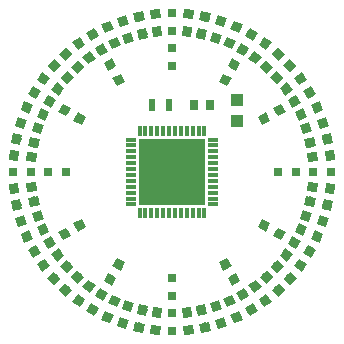
<source format=gtp>
G04 #@! TF.GenerationSoftware,KiCad,Pcbnew,5.0.2-bee76a0~70~ubuntu18.04.1*
G04 #@! TF.CreationDate,2019-09-23T19:43:07+01:00*
G04 #@! TF.ProjectId,charliewatch-norf-routed,63686172-6c69-4657-9761-7463682d6e6f,rev?*
G04 #@! TF.SameCoordinates,Original*
G04 #@! TF.FileFunction,Paste,Top*
G04 #@! TF.FilePolarity,Positive*
%FSLAX46Y46*%
G04 Gerber Fmt 4.6, Leading zero omitted, Abs format (unit mm)*
G04 Created by KiCad (PCBNEW 5.0.2-bee76a0~70~ubuntu18.04.1) date Mon 23 Sep 2019 19:43:07 BST*
%MOMM*%
%LPD*%
G01*
G04 APERTURE LIST*
%ADD10C,0.800000*%
%ADD11C,0.100000*%
%ADD12R,0.800000X0.800000*%
%ADD13R,0.600000X1.100000*%
%ADD14R,5.588000X5.588000*%
%ADD15R,0.304800X0.812800*%
%ADD16R,0.812800X0.304800*%
%ADD17R,0.700000X0.900000*%
%ADD18R,1.100000X1.000000*%
G04 APERTURE END LIST*
D10*
G04 #@! TO.C,LED0*
X147094285Y-91626291D03*
D11*
G36*
X147450282Y-91186671D02*
X147533905Y-91982288D01*
X146738288Y-92065911D01*
X146654665Y-91270294D01*
X147450282Y-91186671D01*
X147450282Y-91186671D01*
G37*
D10*
X147251077Y-93118073D03*
D11*
G36*
X147607074Y-92678453D02*
X147690697Y-93474070D01*
X146895080Y-93557693D01*
X146811457Y-92762076D01*
X147607074Y-92678453D01*
X147607074Y-92678453D01*
G37*
G04 #@! TD*
D12*
G04 #@! TO.C,LED1*
X148501100Y-91553600D03*
X148501100Y-93053600D03*
G04 #@! TD*
D10*
G04 #@! TO.C,LED25*
X149907914Y-118380910D03*
D11*
G36*
X149551917Y-118820530D02*
X149468294Y-118024913D01*
X150263911Y-117941290D01*
X150347534Y-118736907D01*
X149551917Y-118820530D01*
X149551917Y-118820530D01*
G37*
D10*
X149751122Y-116889128D03*
D11*
G36*
X149395125Y-117328748D02*
X149311502Y-116533131D01*
X150107119Y-116449508D01*
X150190742Y-117245125D01*
X149395125Y-117328748D01*
X149395125Y-117328748D01*
G37*
G04 #@! TD*
D10*
G04 #@! TO.C,LED26*
X151298634Y-118160352D03*
D11*
G36*
X150990540Y-118634776D02*
X150824210Y-117852258D01*
X151606728Y-117685928D01*
X151773058Y-118468446D01*
X150990540Y-118634776D01*
X150990540Y-118634776D01*
G37*
D10*
X150986766Y-116693130D03*
D11*
G36*
X150678672Y-117167554D02*
X150512342Y-116385036D01*
X151294860Y-116218706D01*
X151461190Y-117001224D01*
X150678672Y-117167554D01*
X150678672Y-117167554D01*
G37*
G04 #@! TD*
D10*
G04 #@! TO.C,LED3*
X151298634Y-91846849D03*
D11*
G36*
X151773058Y-91538755D02*
X151606728Y-92321273D01*
X150824210Y-92154943D01*
X150990540Y-91372425D01*
X151773058Y-91538755D01*
X151773058Y-91538755D01*
G37*
D10*
X150986766Y-93314071D03*
D11*
G36*
X151461190Y-93005977D02*
X151294860Y-93788495D01*
X150512342Y-93622165D01*
X150678672Y-92839647D01*
X151461190Y-93005977D01*
X151461190Y-93005977D01*
G37*
G04 #@! TD*
D10*
G04 #@! TO.C,LED11*
X160788977Y-99532189D03*
D11*
G36*
X161317090Y-99734913D02*
X160586253Y-100060302D01*
X160260864Y-99329465D01*
X160991701Y-99004076D01*
X161317090Y-99734913D01*
X161317090Y-99734913D01*
G37*
D10*
X159418659Y-100142293D03*
D11*
G36*
X159946772Y-100345017D02*
X159215935Y-100670406D01*
X158890546Y-99939569D01*
X159621383Y-99614180D01*
X159946772Y-100345017D01*
X159946772Y-100345017D01*
G37*
G04 #@! TD*
D10*
G04 #@! TO.C,LED19*
X161292092Y-109159663D03*
D11*
G36*
X161548908Y-109663692D02*
X160788063Y-109416479D01*
X161035276Y-108655634D01*
X161796121Y-108902847D01*
X161548908Y-109663692D01*
X161548908Y-109663692D01*
G37*
D10*
X159865508Y-108696137D03*
D11*
G36*
X160122324Y-109200166D02*
X159361479Y-108952953D01*
X159608692Y-108192108D01*
X160369537Y-108439321D01*
X160122324Y-109200166D01*
X160122324Y-109200166D01*
G37*
G04 #@! TD*
D10*
G04 #@! TO.C,LED27*
X152657163Y-117794592D03*
D11*
G36*
X152400347Y-118298621D02*
X152153134Y-117537776D01*
X152913979Y-117290563D01*
X153161192Y-118051408D01*
X152400347Y-118298621D01*
X152400347Y-118298621D01*
G37*
D10*
X152193637Y-116368008D03*
D11*
G36*
X151936821Y-116872037D02*
X151689608Y-116111192D01*
X152450453Y-115863979D01*
X152697666Y-116624824D01*
X151936821Y-116872037D01*
X151936821Y-116872037D01*
G37*
G04 #@! TD*
D10*
G04 #@! TO.C,LED32*
X147094285Y-118380910D03*
D11*
G36*
X146654665Y-118736907D02*
X146738288Y-117941290D01*
X147533905Y-118024913D01*
X147450282Y-118820530D01*
X146654665Y-118736907D01*
X146654665Y-118736907D01*
G37*
D10*
X147251077Y-116889128D03*
D11*
G36*
X146811457Y-117245125D02*
X146895080Y-116449508D01*
X147690697Y-116533131D01*
X147607074Y-117328748D01*
X146811457Y-117245125D01*
X146811457Y-117245125D01*
G37*
G04 #@! TD*
D10*
G04 #@! TO.C,LED33*
X145703566Y-118160352D03*
D11*
G36*
X145229142Y-118468446D02*
X145395472Y-117685928D01*
X146177990Y-117852258D01*
X146011660Y-118634776D01*
X145229142Y-118468446D01*
X145229142Y-118468446D01*
G37*
D10*
X146015434Y-116693130D03*
D11*
G36*
X145541010Y-117001224D02*
X145707340Y-116218706D01*
X146489858Y-116385036D01*
X146323528Y-117167554D01*
X145541010Y-117001224D01*
X145541010Y-117001224D01*
G37*
G04 #@! TD*
D10*
G04 #@! TO.C,LED34*
X144345037Y-117794592D03*
D11*
G36*
X143841008Y-118051408D02*
X144088221Y-117290563D01*
X144849066Y-117537776D01*
X144601853Y-118298621D01*
X143841008Y-118051408D01*
X143841008Y-118051408D01*
G37*
D10*
X144808563Y-116368008D03*
D11*
G36*
X144304534Y-116624824D02*
X144551747Y-115863979D01*
X145312592Y-116111192D01*
X145065379Y-116872037D01*
X144304534Y-116624824D01*
X144304534Y-116624824D01*
G37*
G04 #@! TD*
D10*
G04 #@! TO.C,LED35*
X143029688Y-117291478D03*
D11*
G36*
X142501575Y-117494202D02*
X142826964Y-116763365D01*
X143557801Y-117088754D01*
X143232412Y-117819591D01*
X142501575Y-117494202D01*
X142501575Y-117494202D01*
G37*
D10*
X143639792Y-115921160D03*
D11*
G36*
X143111679Y-116123884D02*
X143437068Y-115393047D01*
X144167905Y-115718436D01*
X143842516Y-116449273D01*
X143111679Y-116123884D01*
X143111679Y-116123884D01*
G37*
G04 #@! TD*
D10*
G04 #@! TO.C,LED2*
X149907914Y-91626291D03*
D11*
G36*
X150347534Y-91270294D02*
X150263911Y-92065911D01*
X149468294Y-91982288D01*
X149551917Y-91186671D01*
X150347534Y-91270294D01*
X150347534Y-91270294D01*
G37*
D10*
X149751122Y-93118073D03*
D11*
G36*
X150190742Y-92762076D02*
X150107119Y-93557693D01*
X149311502Y-93474070D01*
X149395125Y-92678453D01*
X150190742Y-92762076D01*
X150190742Y-92762076D01*
G37*
G04 #@! TD*
D10*
G04 #@! TO.C,LED48*
X135344348Y-102206066D03*
D11*
G36*
X135036254Y-101731642D02*
X135818772Y-101897972D01*
X135652442Y-102680490D01*
X134869924Y-102514160D01*
X135036254Y-101731642D01*
X135036254Y-101731642D01*
G37*
D10*
X136811570Y-102517934D03*
D11*
G36*
X136503476Y-102043510D02*
X137285994Y-102209840D01*
X137119664Y-102992358D01*
X136337146Y-102826028D01*
X136503476Y-102043510D01*
X136503476Y-102043510D01*
G37*
G04 #@! TD*
D12*
G04 #@! TO.C,LED56*
X148501100Y-114004660D03*
X148501100Y-115504660D03*
G04 #@! TD*
G04 #@! TO.C,LED64*
X157502159Y-105003600D03*
X159002159Y-105003600D03*
G04 #@! TD*
G04 #@! TO.C,LED41*
X135051100Y-105003600D03*
X136551100Y-105003600D03*
G04 #@! TD*
G04 #@! TO.C,LED57*
X148501100Y-96002541D03*
X148501100Y-94502541D03*
G04 #@! TD*
G04 #@! TO.C,LED65*
X139500040Y-105003600D03*
X138000040Y-105003600D03*
G04 #@! TD*
D10*
G04 #@! TO.C,LED42*
X135123790Y-106410415D03*
D11*
G36*
X134684170Y-106054418D02*
X135479787Y-105970795D01*
X135563410Y-106766412D01*
X134767793Y-106850035D01*
X134684170Y-106054418D01*
X134684170Y-106054418D01*
G37*
D10*
X136615572Y-106253623D03*
D11*
G36*
X136175952Y-105897626D02*
X136971569Y-105814003D01*
X137055192Y-106609620D01*
X136259575Y-106693243D01*
X136175952Y-105897626D01*
X136175952Y-105897626D01*
G37*
G04 #@! TD*
D10*
G04 #@! TO.C,LED50*
X136213222Y-99532189D03*
D11*
G36*
X136010498Y-99004076D02*
X136741335Y-99329465D01*
X136415946Y-100060302D01*
X135685109Y-99734913D01*
X136010498Y-99004076D01*
X136010498Y-99004076D01*
G37*
D10*
X137583540Y-100142293D03*
D11*
G36*
X137380816Y-99614180D02*
X138111653Y-99939569D01*
X137786264Y-100670406D01*
X137055427Y-100345017D01*
X137380816Y-99614180D01*
X137380816Y-99614180D01*
G37*
G04 #@! TD*
D10*
G04 #@! TO.C,LED66*
X156294540Y-109502860D03*
D11*
G36*
X156148130Y-108956450D02*
X156840950Y-109356450D01*
X156440950Y-110049270D01*
X155748130Y-109649270D01*
X156148130Y-108956450D01*
X156148130Y-108956450D01*
G37*
D10*
X157593578Y-110252860D03*
D11*
G36*
X157447168Y-109706450D02*
X158139988Y-110106450D01*
X157739988Y-110799270D01*
X157047168Y-110399270D01*
X157447168Y-109706450D01*
X157447168Y-109706450D01*
G37*
G04 #@! TD*
D10*
G04 #@! TO.C,LED43*
X135344348Y-107801134D03*
D11*
G36*
X134869924Y-107493040D02*
X135652442Y-107326710D01*
X135818772Y-108109228D01*
X135036254Y-108275558D01*
X134869924Y-107493040D01*
X134869924Y-107493040D01*
G37*
D10*
X136811570Y-107489266D03*
D11*
G36*
X136337146Y-107181172D02*
X137119664Y-107014842D01*
X137285994Y-107797360D01*
X136503476Y-107963690D01*
X136337146Y-107181172D01*
X136337146Y-107181172D01*
G37*
G04 #@! TD*
D10*
G04 #@! TO.C,LED8*
X161878409Y-103596786D03*
D11*
G36*
X162318029Y-103952783D02*
X161522412Y-104036406D01*
X161438789Y-103240789D01*
X162234406Y-103157166D01*
X162318029Y-103952783D01*
X162318029Y-103952783D01*
G37*
D10*
X160386627Y-103753578D03*
D11*
G36*
X160826247Y-104109575D02*
X160030630Y-104193198D01*
X159947007Y-103397581D01*
X160742624Y-103313958D01*
X160826247Y-104109575D01*
X160826247Y-104109575D01*
G37*
G04 #@! TD*
D10*
G04 #@! TO.C,LED51*
X136853381Y-98278600D03*
D11*
G36*
X136706971Y-97732190D02*
X137399791Y-98132190D01*
X136999791Y-98825010D01*
X136306971Y-98425010D01*
X136706971Y-97732190D01*
X136706971Y-97732190D01*
G37*
D10*
X138152419Y-99028600D03*
D11*
G36*
X138006009Y-98482190D02*
X138698829Y-98882190D01*
X138298829Y-99575010D01*
X137606009Y-99175010D01*
X138006009Y-98482190D01*
X138006009Y-98482190D01*
G37*
G04 #@! TD*
D10*
G04 #@! TO.C,LED59*
X153000359Y-97210160D03*
D11*
G36*
X152453949Y-97356570D02*
X152853949Y-96663750D01*
X153546769Y-97063750D01*
X153146769Y-97756570D01*
X152453949Y-97356570D01*
X152453949Y-97356570D01*
G37*
D10*
X153750359Y-95911122D03*
D11*
G36*
X153203949Y-96057532D02*
X153603949Y-95364712D01*
X154296769Y-95764712D01*
X153896769Y-96457532D01*
X153203949Y-96057532D01*
X153203949Y-96057532D01*
G37*
G04 #@! TD*
D10*
G04 #@! TO.C,LED44*
X135710108Y-109159663D03*
D11*
G36*
X135206079Y-108902847D02*
X135966924Y-108655634D01*
X136214137Y-109416479D01*
X135453292Y-109663692D01*
X135206079Y-108902847D01*
X135206079Y-108902847D01*
G37*
D10*
X137136692Y-108696137D03*
D11*
G36*
X136632663Y-108439321D02*
X137393508Y-108192108D01*
X137640721Y-108952953D01*
X136879876Y-109200166D01*
X136632663Y-108439321D01*
X136632663Y-108439321D01*
G37*
G04 #@! TD*
D10*
G04 #@! TO.C,LED52*
X137620037Y-97097702D03*
D11*
G36*
X137531544Y-96538981D02*
X138178758Y-97009209D01*
X137708530Y-97656423D01*
X137061316Y-97186195D01*
X137531544Y-96538981D01*
X137531544Y-96538981D01*
G37*
D10*
X138833563Y-97979380D03*
D11*
G36*
X138745070Y-97420659D02*
X139392284Y-97890887D01*
X138922056Y-98538101D01*
X138274842Y-98067873D01*
X138745070Y-97420659D01*
X138745070Y-97420659D01*
G37*
G04 #@! TD*
D10*
G04 #@! TO.C,LED60*
X145703566Y-91846849D03*
D11*
G36*
X146011660Y-91372425D02*
X146177990Y-92154943D01*
X145395472Y-92321273D01*
X145229142Y-91538755D01*
X146011660Y-91372425D01*
X146011660Y-91372425D01*
G37*
D10*
X146015434Y-93314071D03*
D11*
G36*
X146323528Y-92839647D02*
X146489858Y-93622165D01*
X145707340Y-93788495D01*
X145541010Y-93005977D01*
X146323528Y-92839647D01*
X146323528Y-92839647D01*
G37*
G04 #@! TD*
D10*
G04 #@! TO.C,LED68*
X144001840Y-97210160D03*
D11*
G36*
X143855430Y-97756570D02*
X143455430Y-97063750D01*
X144148250Y-96663750D01*
X144548250Y-97356570D01*
X143855430Y-97756570D01*
X143855430Y-97756570D01*
G37*
D10*
X143251840Y-95911122D03*
D11*
G36*
X143105430Y-96457532D02*
X142705430Y-95764712D01*
X143398250Y-95364712D01*
X143798250Y-96057532D01*
X143105430Y-96457532D01*
X143105430Y-96457532D01*
G37*
G04 #@! TD*
D10*
G04 #@! TO.C,LED9*
X161657851Y-102206066D03*
D11*
G36*
X162132275Y-102514160D02*
X161349757Y-102680490D01*
X161183427Y-101897972D01*
X161965945Y-101731642D01*
X162132275Y-102514160D01*
X162132275Y-102514160D01*
G37*
D10*
X160190629Y-102517934D03*
D11*
G36*
X160665053Y-102826028D02*
X159882535Y-102992358D01*
X159716205Y-102209840D01*
X160498723Y-102043510D01*
X160665053Y-102826028D01*
X160665053Y-102826028D01*
G37*
G04 #@! TD*
D10*
G04 #@! TO.C,LED12*
X160148819Y-98278600D03*
D11*
G36*
X160695229Y-98425010D02*
X160002409Y-98825010D01*
X159602409Y-98132190D01*
X160295229Y-97732190D01*
X160695229Y-98425010D01*
X160695229Y-98425010D01*
G37*
D10*
X158849781Y-99028600D03*
D11*
G36*
X159396191Y-99175010D02*
X158703371Y-99575010D01*
X158303371Y-98882190D01*
X158996191Y-98482190D01*
X159396191Y-99175010D01*
X159396191Y-99175010D01*
G37*
G04 #@! TD*
D10*
G04 #@! TO.C,LED20*
X160788977Y-110475012D03*
D11*
G36*
X160991701Y-111003125D02*
X160260864Y-110677736D01*
X160586253Y-109946899D01*
X161317090Y-110272288D01*
X160991701Y-111003125D01*
X160991701Y-111003125D01*
G37*
D10*
X159418659Y-109864908D03*
D11*
G36*
X159621383Y-110393021D02*
X158890546Y-110067632D01*
X159215935Y-109336795D01*
X159946772Y-109662184D01*
X159621383Y-110393021D01*
X159621383Y-110393021D01*
G37*
G04 #@! TD*
D10*
G04 #@! TO.C,LED28*
X153972511Y-117291478D03*
D11*
G36*
X153769787Y-117819591D02*
X153444398Y-117088754D01*
X154175235Y-116763365D01*
X154500624Y-117494202D01*
X153769787Y-117819591D01*
X153769787Y-117819591D01*
G37*
D10*
X153362407Y-115921160D03*
D11*
G36*
X153159683Y-116449273D02*
X152834294Y-115718436D01*
X153565131Y-115393047D01*
X153890520Y-116123884D01*
X153159683Y-116449273D01*
X153159683Y-116449273D01*
G37*
G04 #@! TD*
D10*
G04 #@! TO.C,LED5*
X153972511Y-92715723D03*
D11*
G36*
X154500624Y-92512999D02*
X154175235Y-93243836D01*
X153444398Y-92918447D01*
X153769787Y-92187610D01*
X154500624Y-92512999D01*
X154500624Y-92512999D01*
G37*
D10*
X153362407Y-94086041D03*
D11*
G36*
X153890520Y-93883317D02*
X153565131Y-94614154D01*
X152834294Y-94288765D01*
X153159683Y-93557928D01*
X153890520Y-93883317D01*
X153890520Y-93883317D01*
G37*
G04 #@! TD*
D10*
G04 #@! TO.C,LED21*
X160148819Y-111728600D03*
D11*
G36*
X160295229Y-112275010D02*
X159602409Y-111875010D01*
X160002409Y-111182190D01*
X160695229Y-111582190D01*
X160295229Y-112275010D01*
X160295229Y-112275010D01*
G37*
D10*
X158849781Y-110978600D03*
D11*
G36*
X158996191Y-111525010D02*
X158303371Y-111125010D01*
X158703371Y-110432190D01*
X159396191Y-110832190D01*
X158996191Y-111525010D01*
X158996191Y-111525010D01*
G37*
G04 #@! TD*
D10*
G04 #@! TO.C,LED29*
X155226100Y-116651319D03*
D11*
G36*
X155079690Y-117197729D02*
X154679690Y-116504909D01*
X155372510Y-116104909D01*
X155772510Y-116797729D01*
X155079690Y-117197729D01*
X155079690Y-117197729D01*
G37*
D10*
X154476100Y-115352281D03*
D11*
G36*
X154329690Y-115898691D02*
X153929690Y-115205871D01*
X154622510Y-114805871D01*
X155022510Y-115498691D01*
X154329690Y-115898691D01*
X154329690Y-115898691D01*
G37*
G04 #@! TD*
D10*
G04 #@! TO.C,LED6*
X155226100Y-93355881D03*
D11*
G36*
X155772510Y-93209471D02*
X155372510Y-93902291D01*
X154679690Y-93502291D01*
X155079690Y-92809471D01*
X155772510Y-93209471D01*
X155772510Y-93209471D01*
G37*
D10*
X154476100Y-94654919D03*
D11*
G36*
X155022510Y-94508509D02*
X154622510Y-95201329D01*
X153929690Y-94801329D01*
X154329690Y-94108509D01*
X155022510Y-94508509D01*
X155022510Y-94508509D01*
G37*
G04 #@! TD*
D10*
G04 #@! TO.C,LED14*
X158497099Y-96002912D03*
D11*
G36*
X159062009Y-96032518D02*
X158467493Y-96567822D01*
X157932189Y-95973306D01*
X158526705Y-95438002D01*
X159062009Y-96032518D01*
X159062009Y-96032518D01*
G37*
D10*
X157382381Y-97006608D03*
D11*
G36*
X157947291Y-97036214D02*
X157352775Y-97571518D01*
X156817471Y-96977002D01*
X157411987Y-96441698D01*
X157947291Y-97036214D01*
X157947291Y-97036214D01*
G37*
G04 #@! TD*
D10*
G04 #@! TO.C,LED30*
X156406998Y-115884663D03*
D11*
G36*
X156318505Y-116443384D02*
X155848277Y-115796170D01*
X156495491Y-115325942D01*
X156965719Y-115973156D01*
X156318505Y-116443384D01*
X156318505Y-116443384D01*
G37*
D10*
X155525320Y-114671137D03*
D11*
G36*
X155436827Y-115229858D02*
X154966599Y-114582644D01*
X155613813Y-114112416D01*
X156084041Y-114759630D01*
X155436827Y-115229858D01*
X155436827Y-115229858D01*
G37*
G04 #@! TD*
D10*
G04 #@! TO.C,LED7*
X156406998Y-94122537D03*
D11*
G36*
X156965719Y-94034044D02*
X156495491Y-94681258D01*
X155848277Y-94211030D01*
X156318505Y-93563816D01*
X156965719Y-94034044D01*
X156965719Y-94034044D01*
G37*
D10*
X155525320Y-95336063D03*
D11*
G36*
X156084041Y-95247570D02*
X155613813Y-95894784D01*
X154966599Y-95424556D01*
X155436827Y-94777342D01*
X156084041Y-95247570D01*
X156084041Y-95247570D01*
G37*
G04 #@! TD*
D10*
G04 #@! TO.C,LED10*
X161292092Y-100847537D03*
D11*
G36*
X161796121Y-101104353D02*
X161035276Y-101351566D01*
X160788063Y-100590721D01*
X161548908Y-100343508D01*
X161796121Y-101104353D01*
X161796121Y-101104353D01*
G37*
D10*
X159865508Y-101311063D03*
D11*
G36*
X160369537Y-101567879D02*
X159608692Y-101815092D01*
X159361479Y-101054247D01*
X160122324Y-100807034D01*
X160369537Y-101567879D01*
X160369537Y-101567879D01*
G37*
G04 #@! TD*
D10*
G04 #@! TO.C,LED15*
X157501788Y-95007601D03*
D11*
G36*
X158066698Y-94977995D02*
X157531394Y-95572511D01*
X156936878Y-95037207D01*
X157472182Y-94442691D01*
X158066698Y-94977995D01*
X158066698Y-94977995D01*
G37*
D10*
X156498092Y-96122319D03*
D11*
G36*
X157063002Y-96092713D02*
X156527698Y-96687229D01*
X155933182Y-96151925D01*
X156468486Y-95557409D01*
X157063002Y-96092713D01*
X157063002Y-96092713D01*
G37*
G04 #@! TD*
D10*
G04 #@! TO.C,LED23*
X158497099Y-114004289D03*
D11*
G36*
X158526705Y-114569199D02*
X157932189Y-114033895D01*
X158467493Y-113439379D01*
X159062009Y-113974683D01*
X158526705Y-114569199D01*
X158526705Y-114569199D01*
G37*
D10*
X157382381Y-113000593D03*
D11*
G36*
X157411987Y-113565503D02*
X156817471Y-113030199D01*
X157352775Y-112435683D01*
X157947291Y-112970987D01*
X157411987Y-113565503D01*
X157411987Y-113565503D01*
G37*
G04 #@! TD*
D10*
G04 #@! TO.C,LED36*
X141776100Y-116651319D03*
D11*
G36*
X141229690Y-116797729D02*
X141629690Y-116104909D01*
X142322510Y-116504909D01*
X141922510Y-117197729D01*
X141229690Y-116797729D01*
X141229690Y-116797729D01*
G37*
D10*
X142526100Y-115352281D03*
D11*
G36*
X141979690Y-115498691D02*
X142379690Y-114805871D01*
X143072510Y-115205871D01*
X142672510Y-115898691D01*
X141979690Y-115498691D01*
X141979690Y-115498691D01*
G37*
G04 #@! TD*
D10*
G04 #@! TO.C,LED37*
X140595201Y-115884663D03*
D11*
G36*
X140036480Y-115973156D02*
X140506708Y-115325942D01*
X141153922Y-115796170D01*
X140683694Y-116443384D01*
X140036480Y-115973156D01*
X140036480Y-115973156D01*
G37*
D10*
X141476879Y-114671137D03*
D11*
G36*
X140918158Y-114759630D02*
X141388386Y-114112416D01*
X142035600Y-114582644D01*
X141565372Y-115229858D01*
X140918158Y-114759630D01*
X140918158Y-114759630D01*
G37*
G04 #@! TD*
D10*
G04 #@! TO.C,LED38*
X139500411Y-114999600D03*
D11*
G36*
X138935501Y-115029206D02*
X139470805Y-114434690D01*
X140065321Y-114969994D01*
X139530017Y-115564510D01*
X138935501Y-115029206D01*
X138935501Y-115029206D01*
G37*
D10*
X140504107Y-113884882D03*
D11*
G36*
X139939197Y-113914488D02*
X140474501Y-113319972D01*
X141069017Y-113855276D01*
X140533713Y-114449792D01*
X139939197Y-113914488D01*
X139939197Y-113914488D01*
G37*
G04 #@! TD*
D10*
G04 #@! TO.C,LED39*
X138505100Y-114004289D03*
D11*
G36*
X137940190Y-113974683D02*
X138534706Y-113439379D01*
X139070010Y-114033895D01*
X138475494Y-114569199D01*
X137940190Y-113974683D01*
X137940190Y-113974683D01*
G37*
D10*
X139619818Y-113000593D03*
D11*
G36*
X139054908Y-112970987D02*
X139649424Y-112435683D01*
X140184728Y-113030199D01*
X139590212Y-113565503D01*
X139054908Y-112970987D01*
X139054908Y-112970987D01*
G37*
G04 #@! TD*
D12*
G04 #@! TO.C,LED16*
X161951100Y-105003600D03*
X160451100Y-105003600D03*
G04 #@! TD*
D10*
G04 #@! TO.C,LED53*
X138505100Y-96002912D03*
D11*
G36*
X138475494Y-95438002D02*
X139070010Y-95973306D01*
X138534706Y-96567822D01*
X137940190Y-96032518D01*
X138475494Y-95438002D01*
X138475494Y-95438002D01*
G37*
D10*
X139619818Y-97006608D03*
D11*
G36*
X139590212Y-96441698D02*
X140184728Y-96977002D01*
X139649424Y-97571518D01*
X139054908Y-97036214D01*
X139590212Y-96441698D01*
X139590212Y-96441698D01*
G37*
G04 #@! TD*
D10*
G04 #@! TO.C,LED61*
X144345037Y-92212608D03*
D11*
G36*
X144601853Y-91708579D02*
X144849066Y-92469424D01*
X144088221Y-92716637D01*
X143841008Y-91955792D01*
X144601853Y-91708579D01*
X144601853Y-91708579D01*
G37*
D10*
X144808563Y-93639192D03*
D11*
G36*
X145065379Y-93135163D02*
X145312592Y-93896008D01*
X144551747Y-94143221D01*
X144304534Y-93382376D01*
X145065379Y-93135163D01*
X145065379Y-93135163D01*
G37*
G04 #@! TD*
D10*
G04 #@! TO.C,LED69*
X144001840Y-112797041D03*
D11*
G36*
X144548250Y-112650631D02*
X144148250Y-113343451D01*
X143455430Y-112943451D01*
X143855430Y-112250631D01*
X144548250Y-112650631D01*
X144548250Y-112650631D01*
G37*
D10*
X143251840Y-114096079D03*
D11*
G36*
X143798250Y-113949669D02*
X143398250Y-114642489D01*
X142705430Y-114242489D01*
X143105430Y-113549669D01*
X143798250Y-113949669D01*
X143798250Y-113949669D01*
G37*
G04 #@! TD*
D10*
G04 #@! TO.C,LED45*
X136213222Y-110475012D03*
D11*
G36*
X135685109Y-110272288D02*
X136415946Y-109946899D01*
X136741335Y-110677736D01*
X136010498Y-111003125D01*
X135685109Y-110272288D01*
X135685109Y-110272288D01*
G37*
D10*
X137583540Y-109864908D03*
D11*
G36*
X137055427Y-109662184D02*
X137786264Y-109336795D01*
X138111653Y-110067632D01*
X137380816Y-110393021D01*
X137055427Y-109662184D01*
X137055427Y-109662184D01*
G37*
G04 #@! TD*
D10*
G04 #@! TO.C,LED62*
X143029688Y-92715723D03*
D11*
G36*
X143232412Y-92187610D02*
X143557801Y-92918447D01*
X142826964Y-93243836D01*
X142501575Y-92512999D01*
X143232412Y-92187610D01*
X143232412Y-92187610D01*
G37*
D10*
X143639792Y-94086041D03*
D11*
G36*
X143842516Y-93557928D02*
X144167905Y-94288765D01*
X143437068Y-94614154D01*
X143111679Y-93883317D01*
X143842516Y-93557928D01*
X143842516Y-93557928D01*
G37*
G04 #@! TD*
D10*
G04 #@! TO.C,LED70*
X153000359Y-112797041D03*
D11*
G36*
X153146769Y-112250631D02*
X153546769Y-112943451D01*
X152853949Y-113343451D01*
X152453949Y-112650631D01*
X153146769Y-112250631D01*
X153146769Y-112250631D01*
G37*
D10*
X153750359Y-114096079D03*
D11*
G36*
X153896769Y-113549669D02*
X154296769Y-114242489D01*
X153603949Y-114642489D01*
X153203949Y-113949669D01*
X153896769Y-113549669D01*
X153896769Y-113549669D01*
G37*
G04 #@! TD*
D10*
G04 #@! TO.C,LED46*
X136853381Y-111728600D03*
D11*
G36*
X136306971Y-111582190D02*
X136999791Y-111182190D01*
X137399791Y-111875010D01*
X136706971Y-112275010D01*
X136306971Y-111582190D01*
X136306971Y-111582190D01*
G37*
D10*
X138152419Y-110978600D03*
D11*
G36*
X137606009Y-110832190D02*
X138298829Y-110432190D01*
X138698829Y-111125010D01*
X138006009Y-111525010D01*
X137606009Y-110832190D01*
X137606009Y-110832190D01*
G37*
G04 #@! TD*
D10*
G04 #@! TO.C,LED54*
X139500411Y-95007601D03*
D11*
G36*
X139530017Y-94442691D02*
X140065321Y-95037207D01*
X139470805Y-95572511D01*
X138935501Y-94977995D01*
X139530017Y-94442691D01*
X139530017Y-94442691D01*
G37*
D10*
X140504107Y-96122319D03*
D11*
G36*
X140533713Y-95557409D02*
X141069017Y-96151925D01*
X140474501Y-96687229D01*
X139939197Y-96092713D01*
X140533713Y-95557409D01*
X140533713Y-95557409D01*
G37*
G04 #@! TD*
D10*
G04 #@! TO.C,LED71*
X140707659Y-109502860D03*
D11*
G36*
X141254069Y-109649270D02*
X140561249Y-110049270D01*
X140161249Y-109356450D01*
X140854069Y-108956450D01*
X141254069Y-109649270D01*
X141254069Y-109649270D01*
G37*
D10*
X139408621Y-110252860D03*
D11*
G36*
X139955031Y-110399270D02*
X139262211Y-110799270D01*
X138862211Y-110106450D01*
X139555031Y-109706450D01*
X139955031Y-110399270D01*
X139955031Y-110399270D01*
G37*
G04 #@! TD*
D10*
G04 #@! TO.C,LED47*
X137620037Y-112909499D03*
D11*
G36*
X137061316Y-112821006D02*
X137708530Y-112350778D01*
X138178758Y-112997992D01*
X137531544Y-113468220D01*
X137061316Y-112821006D01*
X137061316Y-112821006D01*
G37*
D10*
X138833563Y-112027821D03*
D11*
G36*
X138274842Y-111939328D02*
X138922056Y-111469100D01*
X139392284Y-112116314D01*
X138745070Y-112586542D01*
X138274842Y-111939328D01*
X138274842Y-111939328D01*
G37*
G04 #@! TD*
D10*
G04 #@! TO.C,LED17*
X161878409Y-106410415D03*
D11*
G36*
X162234406Y-106850035D02*
X161438789Y-106766412D01*
X161522412Y-105970795D01*
X162318029Y-106054418D01*
X162234406Y-106850035D01*
X162234406Y-106850035D01*
G37*
D10*
X160386627Y-106253623D03*
D11*
G36*
X160742624Y-106693243D02*
X159947007Y-106609620D01*
X160030630Y-105814003D01*
X160826247Y-105897626D01*
X160742624Y-106693243D01*
X160742624Y-106693243D01*
G37*
G04 #@! TD*
D10*
G04 #@! TO.C,LED55*
X140595201Y-94122537D03*
D11*
G36*
X140683694Y-93563816D02*
X141153922Y-94211030D01*
X140506708Y-94681258D01*
X140036480Y-94034044D01*
X140683694Y-93563816D01*
X140683694Y-93563816D01*
G37*
D10*
X141476879Y-95336063D03*
D11*
G36*
X141565372Y-94777342D02*
X142035600Y-95424556D01*
X141388386Y-95894784D01*
X140918158Y-95247570D01*
X141565372Y-94777342D01*
X141565372Y-94777342D01*
G37*
G04 #@! TD*
D10*
G04 #@! TO.C,LED63*
X141776100Y-93355881D03*
D11*
G36*
X141922510Y-92809471D02*
X142322510Y-93502291D01*
X141629690Y-93902291D01*
X141229690Y-93209471D01*
X141922510Y-92809471D01*
X141922510Y-92809471D01*
G37*
D10*
X142526100Y-94654919D03*
D11*
G36*
X142672510Y-94108509D02*
X143072510Y-94801329D01*
X142379690Y-95201329D01*
X141979690Y-94508509D01*
X142672510Y-94108509D01*
X142672510Y-94108509D01*
G37*
G04 #@! TD*
D10*
G04 #@! TO.C,LED18*
X161657851Y-107801134D03*
D11*
G36*
X161965945Y-108275558D02*
X161183427Y-108109228D01*
X161349757Y-107326710D01*
X162132275Y-107493040D01*
X161965945Y-108275558D01*
X161965945Y-108275558D01*
G37*
D10*
X160190629Y-107489266D03*
D11*
G36*
X160498723Y-107963690D02*
X159716205Y-107797360D01*
X159882535Y-107014842D01*
X160665053Y-107181172D01*
X160498723Y-107963690D01*
X160498723Y-107963690D01*
G37*
G04 #@! TD*
D10*
G04 #@! TO.C,LED4*
X152657163Y-92212608D03*
D11*
G36*
X153161192Y-91955792D02*
X152913979Y-92716637D01*
X152153134Y-92469424D01*
X152400347Y-91708579D01*
X153161192Y-91955792D01*
X153161192Y-91955792D01*
G37*
D10*
X152193637Y-93639192D03*
D11*
G36*
X152697666Y-93382376D02*
X152450453Y-94143221D01*
X151689608Y-93896008D01*
X151936821Y-93135163D01*
X152697666Y-93382376D01*
X152697666Y-93382376D01*
G37*
G04 #@! TD*
D10*
G04 #@! TO.C,LED13*
X159382163Y-97097702D03*
D11*
G36*
X159940884Y-97186195D02*
X159293670Y-97656423D01*
X158823442Y-97009209D01*
X159470656Y-96538981D01*
X159940884Y-97186195D01*
X159940884Y-97186195D01*
G37*
D10*
X158168637Y-97979380D03*
D11*
G36*
X158727358Y-98067873D02*
X158080144Y-98538101D01*
X157609916Y-97890887D01*
X158257130Y-97420659D01*
X158727358Y-98067873D01*
X158727358Y-98067873D01*
G37*
G04 #@! TD*
D10*
G04 #@! TO.C,LED22*
X159382163Y-112909499D03*
D11*
G36*
X159470656Y-113468220D02*
X158823442Y-112997992D01*
X159293670Y-112350778D01*
X159940884Y-112821006D01*
X159470656Y-113468220D01*
X159470656Y-113468220D01*
G37*
D10*
X158168637Y-112027821D03*
D11*
G36*
X158257130Y-112586542D02*
X157609916Y-112116314D01*
X158080144Y-111469100D01*
X158727358Y-111939328D01*
X158257130Y-112586542D01*
X158257130Y-112586542D01*
G37*
G04 #@! TD*
D10*
G04 #@! TO.C,LED31*
X157501788Y-114999600D03*
D11*
G36*
X157472182Y-115564510D02*
X156936878Y-114969994D01*
X157531394Y-114434690D01*
X158066698Y-115029206D01*
X157472182Y-115564510D01*
X157472182Y-115564510D01*
G37*
D10*
X156498092Y-113884882D03*
D11*
G36*
X156468486Y-114449792D02*
X155933182Y-113855276D01*
X156527698Y-113319972D01*
X157063002Y-113914488D01*
X156468486Y-114449792D01*
X156468486Y-114449792D01*
G37*
G04 #@! TD*
D10*
G04 #@! TO.C,LED40*
X135123790Y-103596786D03*
D11*
G36*
X134767793Y-103157166D02*
X135563410Y-103240789D01*
X135479787Y-104036406D01*
X134684170Y-103952783D01*
X134767793Y-103157166D01*
X134767793Y-103157166D01*
G37*
D10*
X136615572Y-103753578D03*
D11*
G36*
X136259575Y-103313958D02*
X137055192Y-103397581D01*
X136971569Y-104193198D01*
X136175952Y-104109575D01*
X136259575Y-103313958D01*
X136259575Y-103313958D01*
G37*
G04 #@! TD*
D10*
G04 #@! TO.C,LED49*
X135710108Y-100847537D03*
D11*
G36*
X135453292Y-100343508D02*
X136214137Y-100590721D01*
X135966924Y-101351566D01*
X135206079Y-101104353D01*
X135453292Y-100343508D01*
X135453292Y-100343508D01*
G37*
D10*
X137136692Y-101311063D03*
D11*
G36*
X136879876Y-100807034D02*
X137640721Y-101054247D01*
X137393508Y-101815092D01*
X136632663Y-101567879D01*
X136879876Y-100807034D01*
X136879876Y-100807034D01*
G37*
G04 #@! TD*
D10*
G04 #@! TO.C,LED58*
X156294540Y-100504341D03*
D11*
G36*
X155748130Y-100357931D02*
X156440950Y-99957931D01*
X156840950Y-100650751D01*
X156148130Y-101050751D01*
X155748130Y-100357931D01*
X155748130Y-100357931D01*
G37*
D10*
X157593578Y-99754341D03*
D11*
G36*
X157047168Y-99607931D02*
X157739988Y-99207931D01*
X158139988Y-99900751D01*
X157447168Y-100300751D01*
X157047168Y-99607931D01*
X157047168Y-99607931D01*
G37*
G04 #@! TD*
D10*
G04 #@! TO.C,LED67*
X140707659Y-100504341D03*
D11*
G36*
X140854069Y-101050751D02*
X140161249Y-100650751D01*
X140561249Y-99957931D01*
X141254069Y-100357931D01*
X140854069Y-101050751D01*
X140854069Y-101050751D01*
G37*
D10*
X139408621Y-99754341D03*
D11*
G36*
X139555031Y-100300751D02*
X138862211Y-99900751D01*
X139262211Y-99207931D01*
X139955031Y-99607931D01*
X139555031Y-100300751D01*
X139555031Y-100300751D01*
G37*
G04 #@! TD*
D12*
G04 #@! TO.C,LED24*
X148501100Y-118453600D03*
X148501100Y-116953600D03*
G04 #@! TD*
D13*
G04 #@! TO.C,X1*
X146848600Y-99288600D03*
X148248600Y-99288600D03*
G04 #@! TD*
D14*
G04 #@! TO.C,U2*
X148501100Y-105003600D03*
D15*
X145757900Y-101523800D03*
X146240500Y-101523800D03*
X146748500Y-101523800D03*
X147256500Y-101523800D03*
X147739100Y-101523800D03*
X148247100Y-101523800D03*
X148755100Y-101523800D03*
X149263100Y-101523800D03*
X149745700Y-101523800D03*
X150253700Y-101523800D03*
X150761700Y-101523800D03*
X151244300Y-101523800D03*
D16*
X151980900Y-102260400D03*
X151980900Y-102743000D03*
X151980900Y-103251000D03*
X151980900Y-103759000D03*
X151980900Y-104241600D03*
X151980900Y-104749600D03*
X151980900Y-105257600D03*
X151980900Y-105765600D03*
X151980900Y-106248200D03*
X151980900Y-106756200D03*
X151980900Y-107264200D03*
X151980900Y-107746800D03*
D15*
X151244300Y-108483400D03*
X150761700Y-108483400D03*
X150253700Y-108483400D03*
X149745700Y-108483400D03*
X149263100Y-108483400D03*
X148755100Y-108483400D03*
X148247100Y-108483400D03*
X147739100Y-108483400D03*
X147256500Y-108483400D03*
X146748500Y-108483400D03*
X146240500Y-108483400D03*
X145757900Y-108483400D03*
D16*
X145021300Y-107746800D03*
X145021300Y-107264200D03*
X145021300Y-106756200D03*
X145021300Y-106248200D03*
X145021300Y-105765600D03*
X145021300Y-105257600D03*
X145021300Y-104749600D03*
X145021300Y-104241600D03*
X145021300Y-103759000D03*
X145021300Y-103251000D03*
X145021300Y-102743000D03*
X145021300Y-102260400D03*
G04 #@! TD*
D17*
G04 #@! TO.C,R1*
X151691100Y-99352100D03*
X150391100Y-99352100D03*
G04 #@! TD*
D18*
G04 #@! TO.C,L1*
X154025600Y-98946600D03*
X154025600Y-100646600D03*
G04 #@! TD*
M02*

</source>
